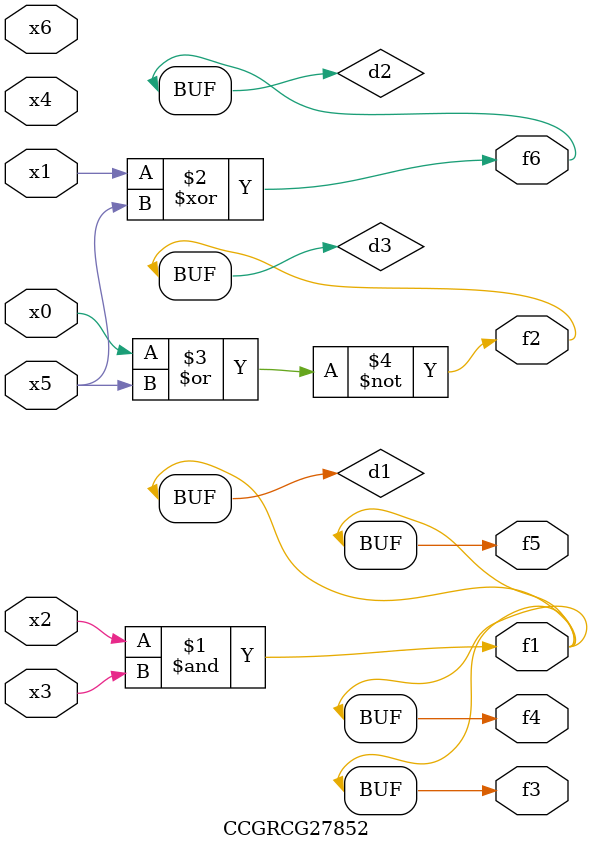
<source format=v>
module CCGRCG27852(
	input x0, x1, x2, x3, x4, x5, x6,
	output f1, f2, f3, f4, f5, f6
);

	wire d1, d2, d3;

	and (d1, x2, x3);
	xor (d2, x1, x5);
	nor (d3, x0, x5);
	assign f1 = d1;
	assign f2 = d3;
	assign f3 = d1;
	assign f4 = d1;
	assign f5 = d1;
	assign f6 = d2;
endmodule

</source>
